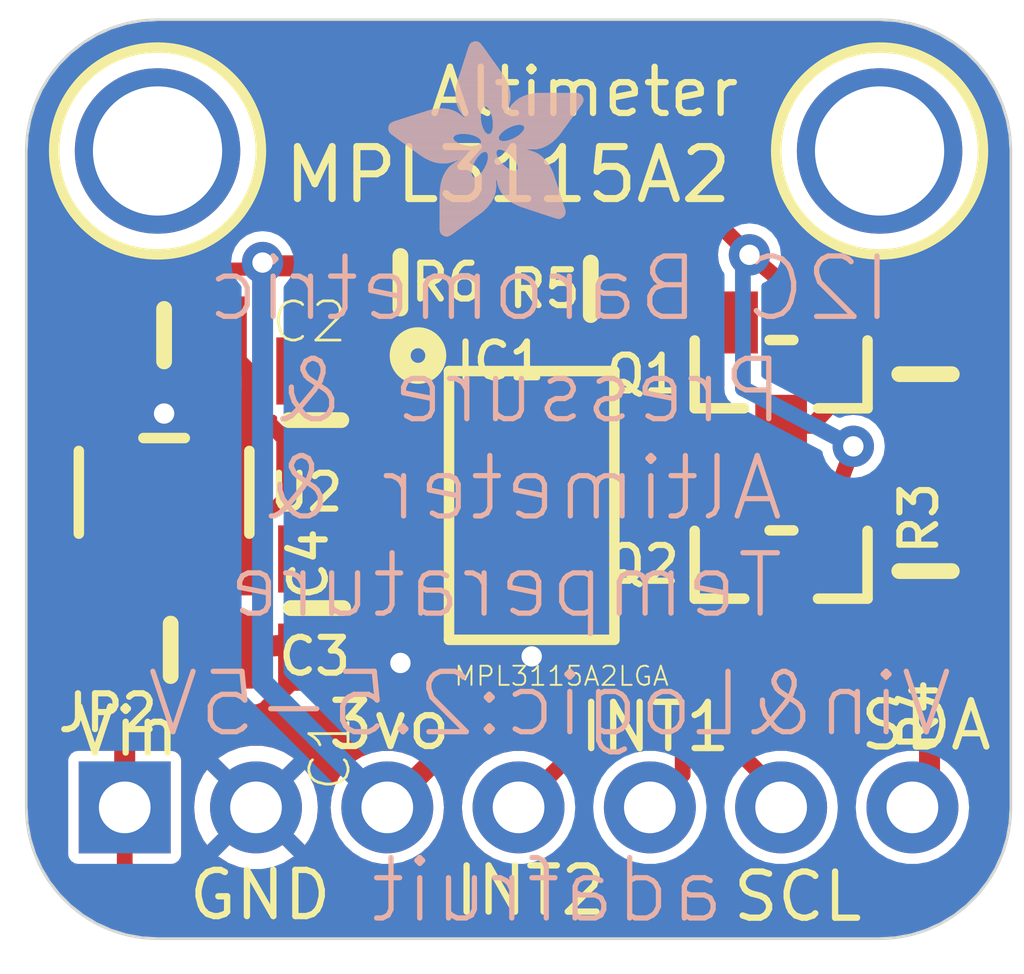
<source format=kicad_pcb>
(kicad_pcb (version 20221018) (generator pcbnew)
  (layers (0 "F.Cu" signal) (31 "B.Cu" signal) (34 "B.Paste" user) (35 "F.Paste" user) (36 "B.SilkS" user "B.Silkscreen") (37 "F.SilkS" user "F.Silkscreen") (38 "B.Mask" user) (39 "F.Mask" user) (44 "Edge.Cuts" user))
  (net 0 "")
  (net 1 "GND")
  (net 2 "CAP")
  (net 3 "INT2")
  (net 4 "INT1")
  (net 5 "SDA_3.3V")
  (net 6 "SCL_3.3V")
  (net 7 "SDA_5.0V")
  (net 8 "SCL_5.0V")
  (net 9 "+3V3")
  (net 10 "+5V")
  (footprint "working:0805-NO" (layer "F.Cu") (at 156.3751 102.9716 -90)
    (fp_text reference "R3" (at 2.032 0.127 90) (layer "F.SilkS") (effects (font (size 0.692831 0.692831) (thickness 0.119969)) (justify right)))
    (fp_text value "10K")
    (pad "1" smd rect (at -0.95 0 270) (size 1.3 1.5) (layers "F.Cu" "F.Paste" "F.Mask") (net 8 "SCL_5.0V"))
    (pad "2" smd rect (at 0.95 0 270) (size 1.3 1.5) (layers "F.Cu" "F.Paste" "F.Mask") (net 10 "+5V"))
  )
  (footprint "working:1X07_ROUND_70" (layer "F.Cu") (at 148.5011 111.3536)
    (fp_text reference "JP2" (at -8.9662 -1.8288) (layer "F.SilkS") (effects (font (size 0.692831 0.692831) (thickness 0.119969)) (justify left)))
    (fp_text value "")
    (pad "1" thru_hole rect (at -7.62 0 90) (size 1.778 1.778) (drill 1) (layers "*.Cu" "*.Mask") (net 10 "+5V"))
    (pad "2" thru_hole circle (at -5.08 0 90) (size 1.778 1.778) (drill 1) (layers "*.Cu" "*.Mask") (net 1 "GND"))
    (pad "3" thru_hole circle (at -2.54 0 90) (size 1.778 1.778) (drill 1) (layers "*.Cu" "*.Mask") (net 9 "+3V3"))
    (pad "4" thru_hole circle (at 0 0 90) (size 1.778 1.778) (drill 1) (layers "*.Cu" "*.Mask") (net 3 "INT2"))
    (pad "5" thru_hole circle (at 2.54 0 90) (size 1.778 1.778) (drill 1) (layers "*.Cu" "*.Mask") (net 4 "INT1"))
    (pad "6" thru_hole circle (at 5.08 0 90) (size 1.778 1.778) (drill 1) (layers "*.Cu" "*.Mask") (net 8 "SCL_5.0V"))
    (pad "7" thru_hole circle (at 7.62 0 90) (size 1.778 1.778) (drill 1) (layers "*.Cu" "*.Mask") (net 7 "SDA_5.0V"))
  )
  (footprint "working:0805-NO" (layer "F.Cu") (at 144.5641 103.8606 -90)
    (fp_text reference "C4" (at 2.032 0.127 90) (layer "F.SilkS") (effects (font (size 0.692831 0.692831) (thickness 0.119969)) (justify right)))
    (fp_text value "10uF")
    (pad "1" smd rect (at -0.95 0 270) (size 1.3 1.5) (layers "F.Cu" "F.Paste" "F.Mask") (net 9 "+3V3"))
    (pad "2" smd rect (at 0.95 0 270) (size 1.3 1.5) (layers "F.Cu" "F.Paste" "F.Mask") (net 1 "GND"))
  )
  (footprint "working:FIDUCIAL_1MM" (layer "F.Cu") (at 153.9011 109.3936)
    (fp_text reference "FID1" hide)
    (fp_text value "FIDUCIAL\"\"" hide)
    (pad "1" smd roundrect (at 0 0) (size 1 1) (layers "F.Cu" "F.Mask") (roundrect_rratio 0.5))
  )
  (footprint "working:MOUNTINGHOLE_2.5_PLATED" (layer "F.Cu") (at 141.5161 98.6536)
    (fp_text reference "U$8" hide)
    (fp_text value "MOUNTINGHOLE2.5" hide)
    (pad "P$1" thru_hole circle (at 0 0) (size 3.2 3.2) (drill 2.5) (layers "*.Cu" "*.Mask"))
    (zone (net 0) (net_name "") (layer "F.Cu") (connect_pads (clearance 0)) (min_thickness 0.25)
      (keepout (tracks not_allowed) (vias not_allowed) (pads not_allowed) (copperpour not_allowed) (footprints allowed))
      (fill (thermal_gap 0.5) (thermal_bridge_width 0.5))
      (polygon (pts (xy 143.5321 98.6536) (xy 143.51248 98.373027) (xy 143.454004 98.097915) (xy 143.357808 97.833619) (xy 143.225765 97.585283) (xy 143.060446 97.35774) (xy 142.865067 97.15542) (xy 142.643433 96.98226) (xy 142.399856 96.841631) (xy 142.139078 96.73627) (xy 141.866175 96.668228) (xy 141.586457 96.638828) (xy 141.305371 96.648644) (xy 141.028385 96.697484) (xy 140.760893 96.784397) (xy 140.5081 96.907693) (xy 140.274926 97.06497) (xy 140.065911 97.253169) (xy 139.885122 97.468625) (xy 139.736078 97.707145) (xy 139.62168 97.964087) (xy 139.544154 98.23445) (xy 139.505011 98.512971) (xy 139.505011 98.794229) (xy 139.544154 99.07275) (xy 139.62168 99.343113) (xy 139.736078 99.600055) (xy 139.885122 99.838575) (xy 140.065911 100.054031) (xy 140.274926 100.24223) (xy 140.5081 100.399507) (xy 140.760893 100.522803) (xy 141.028385 100.609716) (xy 141.305371 100.658556) (xy 141.586457 100.668372) (xy 141.866175 100.638972) (xy 142.139078 100.57093) (xy 142.399856 100.465569) (xy 142.643433 100.32494) (xy 142.865067 100.15178) (xy 143.060446 99.94946) (xy 143.225765 99.721917) (xy 143.357808 99.473581) (xy 143.454004 99.209285) (xy 143.51248 98.934173)))
      (polygon (pts (xy 141.5001 98.6536) (xy 141.504786 98.664914) (xy 141.5161 98.6696) (xy 141.527414 98.664914) (xy 141.5321 98.6536) (xy 141.527414 98.642286) (xy 141.5161 98.6376) (xy 141.504786 98.642286)))
    )
    (zone (net 0) (net_name "") (layer "B.Cu") (connect_pads (clearance 0)) (min_thickness 0.25)
      (keepout (tracks not_allowed) (vias not_allowed) (pads not_allowed) (copperpour not_allowed) (footprints allowed))
      (fill (thermal_gap 0.5) (thermal_bridge_width 0.5))
      (polygon (pts (xy 143.5321 98.6536) (xy 143.51248 98.373027) (xy 143.454004 98.097915) (xy 143.357808 97.833619) (xy 143.225765 97.585283) (xy 143.060446 97.35774) (xy 142.865067 97.15542) (xy 142.643433 96.98226) (xy 142.399856 96.841631) (xy 142.139078 96.73627) (xy 141.866175 96.668228) (xy 141.586457 96.638828) (xy 141.305371 96.648644) (xy 141.028385 96.697484) (xy 140.760893 96.784397) (xy 140.5081 96.907693) (xy 140.274926 97.06497) (xy 140.065911 97.253169) (xy 139.885122 97.468625) (xy 139.736078 97.707145) (xy 139.62168 97.964087) (xy 139.544154 98.23445) (xy 139.505011 98.512971) (xy 139.505011 98.794229) (xy 139.544154 99.07275) (xy 139.62168 99.343113) (xy 139.736078 99.600055) (xy 139.885122 99.838575) (xy 140.065911 100.054031) (xy 140.274926 100.24223) (xy 140.5081 100.399507) (xy 140.760893 100.522803) (xy 141.028385 100.609716) (xy 141.305371 100.658556) (xy 141.586457 100.668372) (xy 141.866175 100.638972) (xy 142.139078 100.57093) (xy 142.399856 100.465569) (xy 142.643433 100.32494) (xy 142.865067 100.15178) (xy 143.060446 99.94946) (xy 143.225765 99.721917) (xy 143.357808 99.473581) (xy 143.454004 99.209285) (xy 143.51248 98.934173)))
      (polygon (pts (xy 141.5001 98.6536) (xy 141.504786 98.664914) (xy 141.5161 98.6696) (xy 141.527414 98.664914) (xy 141.5321 98.6536) (xy 141.527414 98.642286) (xy 141.5161 98.6376) (xy 141.504786 98.642286)))
    )
  )
  (footprint "working:MOUNTINGHOLE_2.5_PLATED" (layer "F.Cu") (at 155.4861 98.6536)
    (fp_text reference "U$9" hide)
    (fp_text value "MOUNTINGHOLE2.5" hide)
    (pad "P$1" thru_hole circle (at 0 0) (size 3.2 3.2) (drill 2.5) (layers "*.Cu" "*.Mask"))
    (zone (net 0) (net_name "") (layer "F.Cu") (connect_pads (clearance 0)) (min_thickness 0.25)
      (keepout (tracks not_allowed) (vias not_allowed) (pads not_allowed) (copperpour not_allowed) (footprints allowed))
      (fill (thermal_gap 0.5) (thermal_bridge_width 0.5))
      (polygon (pts (xy 157.5021 98.6536) (xy 157.48248 98.373027) (xy 157.424004 98.097915) (xy 157.327808 97.833619) (xy 157.195765 97.585283) (xy 157.030446 97.35774) (xy 156.835067 97.15542) (xy 156.613433 96.98226) (xy 156.369856 96.841631) (xy 156.109078 96.73627) (xy 155.836175 96.668228) (xy 155.556457 96.638828) (xy 155.275371 96.648644) (xy 154.998385 96.697484) (xy 154.730893 96.784397) (xy 154.4781 96.907693) (xy 154.244926 97.06497) (xy 154.035911 97.253169) (xy 153.855122 97.468625) (xy 153.706078 97.707145) (xy 153.59168 97.964087) (xy 153.514154 98.23445) (xy 153.475011 98.512971) (xy 153.475011 98.794229) (xy 153.514154 99.07275) (xy 153.59168 99.343113) (xy 153.706078 99.600055) (xy 153.855122 99.838575) (xy 154.035911 100.054031) (xy 154.244926 100.24223) (xy 154.4781 100.399507) (xy 154.730893 100.522803) (xy 154.998385 100.609716) (xy 155.275371 100.658556) (xy 155.556457 100.668372) (xy 155.836175 100.638972) (xy 156.109078 100.57093) (xy 156.369856 100.465569) (xy 156.613433 100.32494) (xy 156.835067 100.15178) (xy 157.030446 99.94946) (xy 157.195765 99.721917) (xy 157.327808 99.473581) (xy 157.424004 99.209285) (xy 157.48248 98.934173)))
      (polygon (pts (xy 155.4701 98.6536) (xy 155.474786 98.664914) (xy 155.4861 98.6696) (xy 155.497414 98.664914) (xy 155.5021 98.6536) (xy 155.497414 98.642286) (xy 155.4861 98.6376) (xy 155.474786 98.642286)))
    )
    (zone (net 0) (net_name "") (layer "B.Cu") (connect_pads (clearance 0)) (min_thickness 0.25)
      (keepout (tracks not_allowed) (vias not_allowed) (pads not_allowed) (copperpour not_allowed) (footprints allowed))
      (fill (thermal_gap 0.5) (thermal_bridge_width 0.5))
      (polygon (pts (xy 157.5021 98.6536) (xy 157.48248 98.373027) (xy 157.424004 98.097915) (xy 157.327808 97.833619) (xy 157.195765 97.585283) (xy 157.030446 97.35774) (xy 156.835067 97.15542) (xy 156.613433 96.98226) (xy 156.369856 96.841631) (xy 156.109078 96.73627) (xy 155.836175 96.668228) (xy 155.556457 96.638828) (xy 155.275371 96.648644) (xy 154.998385 96.697484) (xy 154.730893 96.784397) (xy 154.4781 96.907693) (xy 154.244926 97.06497) (xy 154.035911 97.253169) (xy 153.855122 97.468625) (xy 153.706078 97.707145) (xy 153.59168 97.964087) (xy 153.514154 98.23445) (xy 153.475011 98.512971) (xy 153.475011 98.794229) (xy 153.514154 99.07275) (xy 153.59168 99.343113) (xy 153.706078 99.600055) (xy 153.855122 99.838575) (xy 154.035911 100.054031) (xy 154.244926 100.24223) (xy 154.4781 100.399507) (xy 154.730893 100.522803) (xy 154.998385 100.609716) (xy 155.275371 100.658556) (xy 155.556457 100.668372) (xy 155.836175 100.638972) (xy 156.109078 100.57093) (xy 156.369856 100.465569) (xy 156.613433 100.32494) (xy 156.835067 100.15178) (xy 157.030446 99.94946) (xy 157.195765 99.721917) (xy 157.327808 99.473581) (xy 157.424004 99.209285) (xy 157.48248 98.934173)))
      (polygon (pts (xy 155.4701 98.6536) (xy 155.474786 98.664914) (xy 155.4861 98.6696) (xy 155.497414 98.664914) (xy 155.5021 98.6536) (xy 155.497414 98.642286) (xy 155.4861 98.6376) (xy 155.474786 98.642286)))
    )
  )
  (footprint "working:SOT23-5" (layer "F.Cu") (at 141.6431 105.2576)
    (fp_text reference "U2" (at 1.978 0) (layer "F.SilkS") (effects (font (size 0.692831 0.692831) (thickness 0.119969)) (justify left)))
    (fp_text value "MIC5225-3.3")
    (pad "1" smd rect (at -0.95 1.3001) (size 0.55 1.2) (layers "F.Cu" "F.Paste" "F.Mask") (net 10 "+5V"))
    (pad "2" smd rect (at 0 1.3001) (size 0.55 1.2) (layers "F.Cu" "F.Paste" "F.Mask") (net 1 "GND"))
    (pad "3" smd rect (at 0.95 1.3001) (size 0.55 1.2) (layers "F.Cu" "F.Paste" "F.Mask") (net 10 "+5V"))
    (pad "4" smd rect (at 0.95 -1.3001) (size 0.55 1.2) (layers "F.Cu" "F.Paste" "F.Mask"))
    (pad "5" smd rect (at -0.95 -1.3001) (size 0.55 1.2) (layers "F.Cu" "F.Paste" "F.Mask") (net 9 "+3V3"))
  )
  (footprint "working:0805-NO" (layer "F.Cu") (at 149.8981 101.3206 180)
    (fp_text reference "R6" (at 2.032 0.127) (layer "F.SilkS") (effects (font (size 0.692831 0.692831) (thickness 0.119969)) (justify right)))
    (fp_text value "10K")
    (pad "1" smd rect (at -0.95 0 180) (size 1.3 1.5) (layers "F.Cu" "F.Paste" "F.Mask") (net 6 "SCL_3.3V"))
    (pad "2" smd rect (at 0.95 0 180) (size 1.3 1.5) (layers "F.Cu" "F.Paste" "F.Mask") (net 9 "+3V3"))
  )
  (footprint "working:0805-NO" (layer "F.Cu") (at 141.6431 102.2176)
    (fp_text reference "C2" (at 2.032 -0.254) (layer "F.SilkS") (effects (font (size 0.75948 0.75948) (thickness 0.05332)) (justify left)))
    (fp_text value "0.1µF")
    (pad "1" smd rect (at -0.95 0) (size 1.3 1.5) (layers "F.Cu" "F.Paste" "F.Mask") (net 9 "+3V3"))
    (pad "2" smd rect (at 0.95 0) (size 1.3 1.5) (layers "F.Cu" "F.Paste" "F.Mask") (net 1 "GND"))
  )
  (footprint "working:LGA8" (layer "F.Cu") (at 148.7551 105.5116)
    (fp_text reference "IC1" (at -1.524 -2.794) (layer "F.SilkS") (effects (font (size 0.692831 0.692831) (thickness 0.119969)) (justify left)))
    (fp_text value "MPL3115A2LGA" (at -1.524 3.302) (layer "F.SilkS") (effects (font (size 0.369824 0.369824) (thickness 0.036576)) (justify left)))
    (pad "P$1" smd rect (at -1.5 -1.875) (size 1.9 0.6) (layers "F.Cu" "F.Paste" "F.Mask") (net 9 "+3V3"))
    (pad "P$2" smd rect (at -1.5 -0.625) (size 1.9 0.6) (layers "F.Cu" "F.Paste" "F.Mask") (net 2 "CAP"))
    (pad "P$3" smd rect (at -1.5 0.625) (size 1.9 0.6) (layers "F.Cu" "F.Paste" "F.Mask") (net 1 "GND"))
    (pad "P$4" smd rect (at -1.5 1.875) (size 1.9 0.6) (layers "F.Cu" "F.Paste" "F.Mask") (net 9 "+3V3"))
    (pad "P$5" smd rect (at 1.5 1.875) (size 1.9 0.6) (layers "F.Cu" "F.Paste" "F.Mask") (net 3 "INT2"))
    (pad "P$6" smd rect (at 1.5 0.625) (size 1.9 0.6) (layers "F.Cu" "F.Paste" "F.Mask") (net 4 "INT1"))
    (pad "P$7" smd rect (at 1.5 -0.625) (size 1.9 0.6) (layers "F.Cu" "F.Paste" "F.Mask") (net 5 "SDA_3.3V"))
    (pad "P$8" smd rect (at 1.5 -1.875) (size 1.9 0.6) (layers "F.Cu" "F.Paste" "F.Mask") (net 6 "SCL_3.3V"))
  )
  (footprint "working:FIDUCIAL_1MM" (layer "F.Cu") (at 144.4101 97.2836)
    (fp_text reference "FID2" hide)
    (fp_text value "FIDUCIAL\"\"" hide)
    (pad "1" smd roundrect (at 0 0) (size 1 1) (layers "F.Cu" "F.Mask") (roundrect_rratio 0.5))
  )
  (footprint "working:0805-NO" (layer "F.Cu") (at 146.2151 101.1936)
    (fp_text reference "R5" (at 2.032 0.127) (layer "F.SilkS") (effects (font (size 0.692831 0.692831) (thickness 0.119969)) (justify left)))
    (fp_text value "10K")
    (pad "1" smd rect (at -0.95 0) (size 1.3 1.5) (layers "F.Cu" "F.Paste" "F.Mask") (net 9 "+3V3"))
    (pad "2" smd rect (at 0.95 0) (size 1.3 1.5) (layers "F.Cu" "F.Paste" "F.Mask") (net 5 "SDA_3.3V"))
  )
  (footprint "working:0805-NO" (layer "F.Cu") (at 141.7701 108.3056)
    (fp_text reference "C3" (at 2.032 0.127) (layer "F.SilkS") (effects (font (size 0.692831 0.692831) (thickness 0.119969)) (justify left)))
    (fp_text value "10uF")
    (pad "1" smd rect (at -0.95 0) (size 1.3 1.5) (layers "F.Cu" "F.Paste" "F.Mask") (net 10 "+5V"))
    (pad "2" smd rect (at 0.95 0) (size 1.3 1.5) (layers "F.Cu" "F.Paste" "F.Mask") (net 1 "GND"))
  )
  (footprint "working:SOT23-WIDE" (layer "F.Cu") (at 153.5811 102.9716 180)
    (fp_text reference "Q1" (at 1.905 0) (layer "F.SilkS") (effects (font (size 0.692831 0.692831) (thickness 0.119969)) (justify right)))
    (fp_text value "BSS138")
    (pad "1" smd rect (at -0.95 1 180) (size 1 1.2) (layers "F.Cu" "F.Paste" "F.Mask") (net 9 "+3V3"))
    (pad "2" smd rect (at 0.95 1 180) (size 1 1.2) (layers "F.Cu" "F.Paste" "F.Mask") (net 6 "SCL_3.3V"))
    (pad "3" smd rect (at 0 -1 180) (size 1 1.2) (layers "F.Cu" "F.Paste" "F.Mask") (net 8 "SCL_5.0V"))
  )
  (footprint "working:SOT23-WIDE" (layer "F.Cu") (at 153.5811 106.6546 180)
    (fp_text reference "Q2" (at 1.905 0) (layer "F.SilkS") (effects (font (size 0.692831 0.692831) (thickness 0.119969)) (justify right)))
    (fp_text value "BSS138")
    (pad "1" smd rect (at -0.95 1 180) (size 1 1.2) (layers "F.Cu" "F.Paste" "F.Mask") (net 9 "+3V3"))
    (pad "2" smd rect (at 0.95 1 180) (size 1 1.2) (layers "F.Cu" "F.Paste" "F.Mask") (net 5 "SDA_3.3V"))
    (pad "3" smd rect (at 0 -1 180) (size 1 1.2) (layers "F.Cu" "F.Paste" "F.Mask") (net 7 "SDA_5.0V"))
  )
  (footprint "working:0805-NO" (layer "F.Cu") (at 144.5991 107.4976 -90)
    (fp_text reference "C1" (at 2.032 -0.254 90) (layer "F.SilkS") (effects (font (size 0.75948 0.75948) (thickness 0.05332)) (justify right)))
    (fp_text value "0.1µF")
    (pad "1" smd rect (at -0.95 0 270) (size 1.3 1.5) (layers "F.Cu" "F.Paste" "F.Mask") (net 2 "CAP"))
    (pad "2" smd rect (at 0.95 0 270) (size 1.3 1.5) (layers "F.Cu" "F.Paste" "F.Mask") (net 1 "GND"))
  )
  (footprint "working:0805-NO" (layer "F.Cu") (at 156.3751 106.7816 -90)
    (fp_text reference "R4" (at 2.032 0.127 90) (layer "F.SilkS") (effects (font (size 0.692831 0.692831) (thickness 0.119969)) (justify right)))
    (fp_text value "10K")
    (pad "1" smd rect (at -0.95 0 270) (size 1.3 1.5) (layers "F.Cu" "F.Paste" "F.Mask") (net 10 "+5V"))
    (pad "2" smd rect (at 0.95 0 270) (size 1.3 1.5) (layers "F.Cu" "F.Paste" "F.Mask") (net 7 "SDA_5.0V"))
  )
  (footprint "working:ADAFRUIT_3.5MM" (layer "B.Cu") (at 149.7761 100.3266 180)
    (fp_text reference "U$14" hide)
    (fp_text value "" hide)
  )
  (gr_line (start 158.0261 98.6536) (end 158.0261 111.3536) (stroke (width 0.05)) (layer "Edge.Cuts"))
  (gr_arc (start 155.4861 96.1136) (mid 157.282151 96.857549) (end 158.0261 98.6536) (stroke (width 0.05)) (layer "Edge.Cuts"))
  (gr_line (start 138.9761 111.3536) (end 138.9761 98.6536) (stroke (width 0.05)) (layer "Edge.Cuts"))
  (gr_arc (start 158.0261 111.3536) (mid 157.282151 113.149651) (end 155.4861 113.8936) (stroke (width 0.05)) (layer "Edge.Cuts"))
  (gr_line (start 155.4861 113.8936) (end 141.5161 113.8936) (stroke (width 0.05)) (layer "Edge.Cuts"))
  (gr_line (start 141.5161 96.1136) (end 155.4861 96.1136) (stroke (width 0.05)) (layer "Edge.Cuts"))
  (gr_arc (start 138.9761 98.6536) (mid 139.720049 96.857549) (end 141.5161 96.1136) (stroke (width 0.05)) (layer "Edge.Cuts"))
  (gr_arc (start 141.5161 113.8936) (mid 139.720049 113.149651) (end 138.9761 111.3536) (stroke (width 0.05)) (layer "Edge.Cuts"))
  (gr_text "I2C Barometric" (at 155.7811 102.0016) (layer "B.SilkS") (effects (font (size 1.1684 1.1684) (thickness 0.1016)) (justify left bottom mirror)))
  (gr_text "Pressure & \nAltimeter &\nTemperature" (at 153.6871 107.7436) (layer "B.SilkS") (effects (font (size 1.1684 1.1684) (thickness 0.1016)) (justify left bottom mirror)))
  (gr_text "adafruit" (at 152.5541 113.6416) (layer "B.SilkS") (effects (font (size 1.1684 1.1684) (thickness 0.1016)) (justify left bottom mirror)))
  (gr_text "Vin&Logic:2.5-5V" (at 156.9591 110.0376) (layer "B.SilkS") (effects (font (size 1.1684 1.1684) (thickness 0.1016)) (justify left bottom mirror)))
  (gr_text "Altimeter" (at 149.7711 97.5106) (layer "F.SilkS") (effects (font (size 0.89408 0.89408) (thickness 0.12192))))
  (gr_text "3vo" (at 146.0011 109.7586) (layer "F.SilkS") (effects (font (size 0.89408 0.89408) (thickness 0.12192))))
  (gr_text "Vin" (at 140.9211 109.8856) (layer "F.SilkS") (effects (font (size 0.89408 0.89408) (thickness 0.12192))))
  (gr_text "SDA" (at 156.3811 109.7676) (layer "F.SilkS") (effects (font (size 0.89408 0.89408) (thickness 0.12192))))
  (gr_text "GND" (at 143.5011 113.0496) (layer "F.SilkS") (effects (font (size 0.89408 0.89408) (thickness 0.12192))))
  (gr_text "INT2" (at 148.7301 112.9626) (layer "F.SilkS") (effects (font (size 0.89408 0.89408) (thickness 0.12192))))
  (gr_text "MPL3115A2" (at 143.8941 99.7046) (layer "F.SilkS") (effects (font (size 1.00584 1.00584) (thickness 0.13716)) (justify left bottom)))
  (gr_text "SCL" (at 153.9011 113.0806) (layer "F.SilkS") (effects (font (size 0.89408 0.89408) (thickness 0.12192))))
  (gr_text "INT1" (at 151.1411 109.7986) (layer "F.SilkS") (effects (font (size 0.89408 0.89408) (thickness 0.12192))))
  (segment (start 144.4571 108.1786) (end 144.5991 108.4476) (width 0.4064) (layer "F.Cu") (net 1))
  (segment (start 148.7551 106.1366) (end 148.7551 108.4326) (width 0.3048) (layer "F.Cu") (net 1))
  (segment (start 142.4051 107.9906) (end 142.7201 108.3056) (width 0.4064) (layer "F.Cu") (net 1))
  (segment (start 142.1511 102.8446) (end 142.1511 102.6596) (width 0.3048) (layer "F.Cu") (net 1))
  (segment (start 143.2941 102.9186) (end 143.2941 104.3686) (width 0.3048) (layer "F.Cu") (net 1))
  (segment (start 147.2551 106.1366) (end 148.7551 106.1366) (width 0.3048) (layer "F.Cu") (net 1))
  (segment (start 142.5931 102.2176) (end 143.2941 102.9186) (width 0.3048) (layer "F.Cu") (net 1))
  (segment (start 141.6431 107.0356) (end 142.4051 107.7976) (width 0.3048) (layer "F.Cu") (net 1))
  (segment (start 142.4051 107.7976) (end 142.4051 107.9906) (width 0.4064) (layer "F.Cu") (net 1))
  (segment (start 142.1511 102.6596) (end 142.5931 102.2176) (width 0.3048) (layer "F.Cu") (net 1))
  (segment (start 141.6431 106.5577) (end 141.6431 107.0356) (width 0.4064) (layer "F.Cu") (net 1))
  (segment (start 142.7201 108.3056) (end 144.4571 108.1786) (width 0.4064) (layer "F.Cu") (net 1))
  (segment (start 142.7941 102.2176) (end 142.5931 102.2176) (width 0.254) (layer "F.Cu") (net 1))
  (segment (start 141.6431 103.3526) (end 142.1511 102.8446) (width 0.3048) (layer "F.Cu") (net 1))
  (segment (start 141.6431 103.7336) (end 141.6431 103.3526) (width 0.3048) (layer "F.Cu") (net 1))
  (via (at 141.6431 103.7336) (size 0.8001) (drill 0.3937) (layers "F.Cu" "B.Cu") (net 1))
  (via (at 146.2151 108.5596) (size 0.8001) (drill 0.3937) (layers "F.Cu" "B.Cu") (net 1))
  (via (at 148.7551 108.4326) (size 0.8001) (drill 0.3937) (layers "F.Cu" "B.Cu") (net 1))
  (segment (start 148.7551 108.4326) (end 148.7551 108.6866) (width 0.3048) (layer "B.Cu") (net 1))
  (segment (start 145.9611 104.8766) (end 146.4691 104.8766) (width 0.3048) (layer "F.Cu") (net 2))
  (segment (start 147.2451 104.8766) (end 147.2551 104.8866) (width 0.254) (layer "F.Cu") (net 2))
  (segment (start 146.4691 104.8766) (end 147.2451 104.8766) (width 0.254) (layer "F.Cu") (net 2))
  (segment (start 145.7071 105.1306) (end 145.9611 104.8766) (width 0.3048) (layer "F.Cu") (net 2))
  (segment (start 144.9251 106.5476) (end 145.7071 105.7656) (width 0.3048) (layer "F.Cu") (net 2))
  (segment (start 144.5991 106.5476) (end 144.7981 106.5476) (width 0.254) (layer "F.Cu") (net 2))
  (segment (start 145.7071 105.7656) (end 145.7071 105.1306) (width 0.3048) (layer "F.Cu") (net 2))
  (segment (start 144.7981 106.5476) (end 144.9251 106.5476) (width 0.3048) (layer "F.Cu") (net 2))
  (segment (start 150.2551 109.5996) (end 148.5011 111.3536) (width 0.3048) (layer "F.Cu") (net 3))
  (segment (start 150.2551 107.3866) (end 150.2551 109.5996) (width 0.3048) (layer "F.Cu") (net 3))
  (segment (start 151.6761 106.6546) (end 151.6761 110.7186) (width 0.3048) (layer "F.Cu") (net 4))
  (segment (start 150.2551 106.1366) (end 151.1581 106.1366) (width 0.3048) (layer "F.Cu") (net 4))
  (segment (start 151.1581 106.1366) (end 151.6761 106.6546) (width 0.3048) (layer "F.Cu") (net 4))
  (segment (start 151.6761 110.7186) (end 151.0411 111.3536) (width 0.3048) (layer "F.Cu") (net 4))
  (segment (start 146.9771 101.3206) (end 148.7551 103.0986) (width 0.254) (layer "F.Cu") (net 5))
  (segment (start 151.3551 104.8866) (end 152.6311 105.6546) (width 0.3048) (layer "F.Cu") (net 5))
  (segment (start 149.6541 104.8866) (end 150.2551 104.8866) (width 0.254) (layer "F.Cu") (net 5))
  (segment (start 148.7551 103.9876) (end 149.6541 104.8866) (width 0.254) (layer "F.Cu") (net 5))
  (segment (start 150.2551 104.8866) (end 151.3551 104.8866) (width 0.3048) (layer "F.Cu") (net 5))
  (segment (start 147.1651 101.1936) (end 146.9771 101.3206) (width 0.254) (layer "F.Cu") (net 5))
  (segment (start 148.7551 103.0986) (end 148.7551 103.9876) (width 0.254) (layer "F.Cu") (net 5))
  (segment (start 151.6661 102.2256) (end 152.6311 101.9716) (width 0.3048) (layer "F.Cu") (net 6))
  (segment (start 150.8481 101.3206) (end 152.2611 102.2256) (width 0.3048) (layer "F.Cu") (net 6))
  (segment (start 152.2611 102.2256) (end 152.6311 101.9716) (width 0.3048) (layer "F.Cu") (net 6))
  (segment (start 150.2551 103.6366) (end 151.6661 102.2256) (width 0.3048) (layer "F.Cu") (net 6))
  (segment (start 156.4521 107.6546) (end 156.3751 107.7316) (width 0.3048) (layer "F.Cu") (net 7))
  (segment (start 156.4521 107.6546) (end 156.4521 111.0226) (width 0.4064) (layer "F.Cu") (net 7))
  (segment (start 156.4521 111.0226) (end 156.1211 111.3536) (width 0.4064) (layer "F.Cu") (net 7))
  (segment (start 153.5811 107.6546) (end 156.4521 107.6546) (width 0.3048) (layer "F.Cu") (net 7))
  (segment (start 153.7081 111.2266) (end 153.5811 111.3536) (width 0.3048) (layer "F.Cu") (net 8))
  (segment (start 153.5811 106.6546) (end 152.8191 106.6546) (width 0.3048) (layer "F.Cu") (net 8))
  (segment (start 154.1711 103.9716) (end 155.1051 102.9716) (width 0.3048) (layer "F.Cu") (net 8))
  (segment (start 152.8191 106.6546) (end 152.3111 107.1626) (width 0.3048) (layer "F.Cu") (net 8))
  (segment (start 153.5811 103.9716) (end 153.5811 106.6546) (width 0.3048) (layer "F.Cu") (net 8))
  (segment (start 153.5811 103.9716) (end 154.1711 103.9716) (width 0.3048) (layer "F.Cu") (net 8))
  (segment (start 155.1051 102.9716) (end 155.4251 102.9716) (width 0.3048) (layer "F.Cu") (net 8))
  (segment (start 152.3111 107.1626) (end 152.3111 109.8296) (width 0.3048) (layer "F.Cu") (net 8))
  (segment (start 155.4251 102.9716) (end 156.3751 102.0216) (width 0.3048) (layer "F.Cu") (net 8))
  (segment (start 152.3111 109.8296) (end 153.7081 111.2266) (width 0.3048) (layer "F.Cu") (net 8))
  (segment (start 145.2651 102.3366) (end 144.5641 102.9106) (width 0.3048) (layer "F.Cu") (net 9))
  (segment (start 147.2551 110.0596) (end 147.2551 107.3866) (width 0.4064) (layer "F.Cu") (net 9))
  (segment (start 154.5311 105.5776) (end 154.9781 104.3686) (width 0.3048) (layer "F.Cu") (net 9))
  (segment (start 141.7701 100.9396) (end 143.9291 100.9396) (width 0.254) (layer "F.Cu") (net 9))
  (segment (start 145.1321 103.0376) (end 144.5641 102.9106) (width 0.4064) (layer "F.Cu") (net 9))
  (segment (start 147.2551 103.6366) (end 145.7311 103.6366) (width 0.3048) (layer "F.Cu") (net 9))
  (segment (start 143.5481 100.8126) (end 143.5481 100.8761) (width 0.4064) (layer "F.Cu") (net 9))
  (segment (start 140.6931 102.2176) (end 140.6931 103.9575) (width 0.4064) (layer "F.Cu") (net 9))
  (segment (start 154.5311 101.9716) (end 152.9686 100.6631) (width 0.3048) (layer "F.Cu") (net 9))
  (segment (start 152.9686 100.6631) (end 151.7211 99.4156) (width 0.3048) (layer "F.Cu") (net 9))
  (segment (start 144.8181 100.6856) (end 145.2651 101.1936) (width 0.4064) (layer "F.Cu") (net 9))
  (segment (start 145.3261 100.8126) (end 145.2651 101.1936) (width 0.254) (layer "F.Cu") (net 9))
  (segment (start 143.5481 100.8761) (end 144.7546 100.8761) (width 0.4064) (layer "F.Cu") (net 9))
  (segment (start 140.6931 102.0166) (end 141.7701 100.9396) (width 0.254) (layer "F.Cu") (net 9))
  (segment (start 145.2651 101.1936) (end 145.2651 102.3366) (width 0.3048) (layer "F.Cu") (net 9))
  (segment (start 143.9291 100.9396) (end 144.7546 100.8761) (width 0.254) (layer "F.Cu") (net 9))
  (segment (start 147.2551 110.0596) (end 145.9611 111.3536) (width 0.4064) (layer "F.Cu") (net 9))
  (segment (start 154.5311 105.6546) (end 154.5311 105.5776) (width 0.3048) (layer "F.Cu") (net 9))
  (segment (start 148.9481 99.4156) (end 144.8181 99.4156) (width 0.4064) (layer "F.Cu") (net 9))
  (segment (start 144.7546 100.8761) (end 145.3261 100.8126) (width 0.254) (layer "F.Cu") (net 9))
  (segment (start 140.6931 102.2176) (end 140.6931 102.0166) (width 0.254) (layer "F.Cu") (net 9))
  (segment (start 144.8181 99.4156) (end 144.8181 100.6856) (width 0.4064) (layer "F.Cu") (net 9))
  (segment (start 151.7211 99.4156) (end 148.9481 99.4156) (width 0.3048) (layer "F.Cu") (net 9))
  (segment (start 148.9481 101.3206) (end 148.9481 99.4156) (width 0.4064) (layer "F.Cu") (net 9))
  (segment (start 145.7311 103.6366) (end 145.1321 103.0376) (width 0.3048) (layer "F.Cu") (net 9))
  (via (at 143.5481 100.8126) (size 0.8001) (drill 0.3937) (layers "F.Cu" "B.Cu") (net 9))
  (via (at 154.9781 104.3686) (size 0.8001) (drill 0.3937) (layers "F.Cu" "B.Cu") (net 9))
  (via (at 152.9686 100.6631) (size 0.8001) (drill 0.3937) (layers "F.Cu" "B.Cu") (net 9))
  (segment (start 152.8416 100.5361) (end 152.9686 100.6631) (width 0.3048) (layer "B.Cu") (net 9))
  (segment (start 154.9781 104.3686) (end 152.8416 103.2481) (width 0.3048) (layer "B.Cu") (net 9))
  (segment (start 152.8416 103.2481) (end 152.8416 100.5361) (width 0.3048) (layer "B.Cu") (net 9))
  (segment (start 143.5481 108.9406) (end 145.9611 111.3536) (width 0.4064) (layer "B.Cu") (net 9))
  (segment (start 143.5481 108.9406) (end 143.5481 100.8126) (width 0.4064) (layer "B.Cu") (net 9))
  (segment (start 141.2621 112.8776) (end 140.8811 112.4966) (width 0.3048) (layer "F.Cu") (net 10))
  (segment (start 140.8811 110.8456) (end 140.8811 107.9856) (width 0.4064) (layer "F.Cu") (net 10))
  (segment (start 142.5931 105.1306) (end 140.6271 105.1306) (width 0.4064) (layer "F.Cu") (net 10))
  (segment (start 156.7561 105.8926) (end 157.5181 106.6546) (width 0.3048) (layer "F.Cu") (net 10))
  (segment (start 140.8811 111.3536) (end 140.8811 110.8456) (width 0.4064) (layer "F.Cu") (net 10))
  (segment (start 156.3751 105.8316) (end 156.7561 105.8926) (width 0.3048) (layer "F.Cu") (net 10))
  (segment (start 140.8811 107.9856) (end 140.8201 108.3056) (width 0.4064) (layer "F.Cu") (net 10))
  (segment (start 140.6271 106.1767) (end 140.6931 106.5577) (width 0.4064) (layer "F.Cu") (net 10))
  (segment (start 157.5181 106.6546) (end 157.5181 111.8616) (width 0.3048) (layer "F.Cu") (net 10))
  (segment (start 156.3751 103.9216) (end 156.3751 105.8316) (width 0.3048) (layer "F.Cu") (net 10))
  (segment (start 157.5181 111.8616) (end 156.5021 112.8776) (width 0.3048) (layer "F.Cu") (net 10))
  (segment (start 140.8811 112.4966) (end 140.8811 110.8456) (width 0.3048) (layer "F.Cu") (net 10))
  (segment (start 140.8201 108.3056) (end 140.6931 107.7976) (width 0.4064) (layer "F.Cu") (net 10))
  (segment (start 142.5931 106.5577) (end 142.5931 105.1306) (width 0.4064) (layer "F.Cu") (net 10))
  (segment (start 140.6271 105.1306) (end 140.6271 106.1767) (width 0.4064) (layer "F.Cu") (net 10))
  (segment (start 156.5021 112.8776) (end 141.2621 112.8776) (width 0.3048) (layer "F.Cu") (net 10))
  (segment (start 140.6931 107.7976) (end 140.6931 106.5577) (width 0.4064) (layer "F.Cu") (net 10))
  (zone (net 1) (net_name "GND") (layer "F.Cu") (priority 6) (connect_pads (clearance 0.000001)) (min_thickness 0.127) (fill yes (thermal_gap 0.304) (thermal_bridge_width 0.304))
    (polygon (pts (xy 158.2801 114.1476) (xy 138.5951 114.1476) (xy 138.5951 95.7326) (xy 158.2801 95.7326)))
  )
  (zone (net 1) (net_name "GND") (layer "B.Cu") (priority 6) (connect_pads (clearance 0.000001)) (min_thickness 0.127) (fill yes (thermal_gap 0.304) (thermal_bridge_width 0.304))
    (polygon (pts (xy 158.1531 114.1476) (xy 138.4681 114.1476) (xy 138.4681 95.7326) (xy 158.1531 95.7326)))
  )
)
</source>
